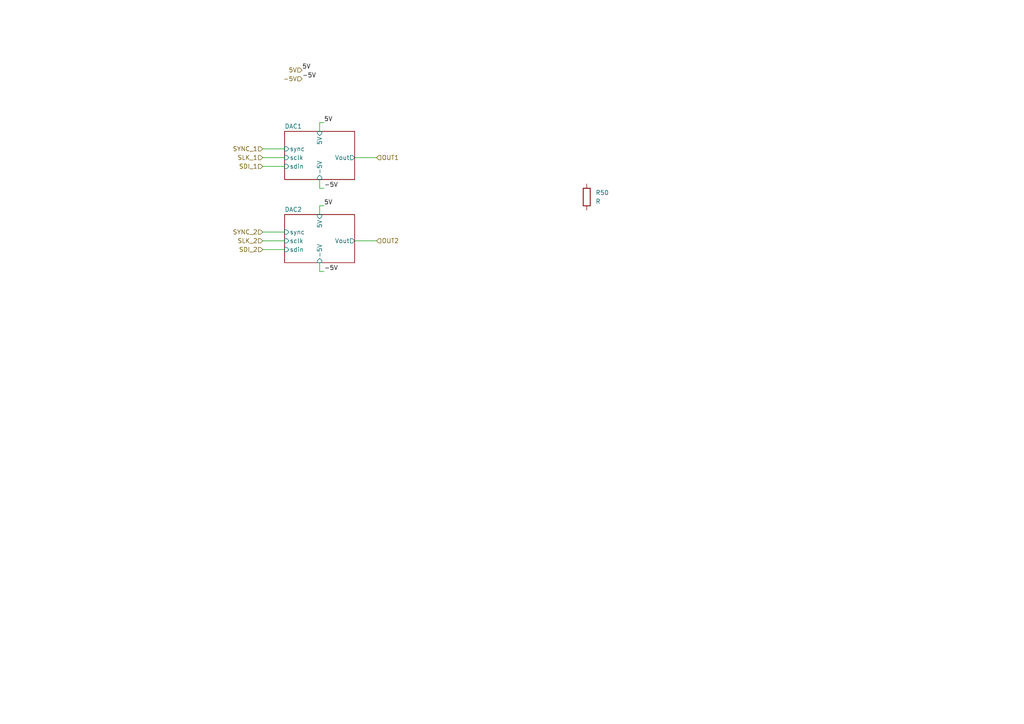
<source format=kicad_sch>
(kicad_sch (version 20231120) (generator "eeschema") (generator_version "8.0")
  (paper "A4")
  (lib_symbols
    (symbol "Device:R" (pin_numbers hide) (pin_names (offset 0))
      (property "Reference" "R" (at 2.032 0 90))
      (property "Value" "R" (at 0 0 90))
      (symbol "R_0_1"
        (rectangle (start -1.016 -2.54) (end 1.016 2.54) (stroke (width 0.254)))
      )
      (symbol "R_1_1"
        (pin passive line (at 0 3.81 270) (length 1.27) (name "~") (number "1"))
        (pin passive line (at 0 -3.81 90) (length 1.27) (name "~") (number "2"))
      )
    )
  )
  (wire (pts (xy 76.2 72.39) (xy 82.55 72.39)))
  (wire (pts (xy 93.98 59.69) (xy 92.71 59.69)))
  (wire (pts (xy 102.87 69.85) (xy 109.22 69.85)))
  (wire (pts (xy 76.2 69.85) (xy 82.55 69.85)))
  (wire (pts (xy 92.71 52.07) (xy 92.71 54.61)))
  (wire (pts (xy 76.2 45.72) (xy 82.55 45.72)))
  (wire (pts (xy 76.2 43.18) (xy 82.55 43.18)))
  (wire (pts (xy 92.71 76.2) (xy 92.71 78.74)))
  (wire (pts (xy 76.2 48.26) (xy 82.55 48.26)))
  (wire (pts (xy 92.71 35.56) (xy 92.71 38.1)))
  (wire (pts (xy 93.98 35.56) (xy 92.71 35.56)))
  (wire (pts (xy 76.2 67.31) (xy 82.55 67.31)))
  (wire (pts (xy 92.71 78.74) (xy 93.98 78.74)))
  (wire (pts (xy 92.71 54.61) (xy 93.98 54.61)))
  (wire (pts (xy 102.87 45.72) (xy 109.22 45.72)))
  (wire (pts (xy 92.71 59.69) (xy 92.71 62.23)))
  (label "5V" (at 87.63 20.32 0))
  (label "-5V" (at 87.63 22.86 0))
  (label "5V" (at 93.98 59.69 0))
  (label "-5V" (at 93.98 78.74 0))
  (label "-5V" (at 93.98 54.61 0))
  (label "5V" (at 93.98 35.56 0))
  (hierarchical_label "SLK_2" (shape input) (at 76.2 69.85 180))
  (hierarchical_label "OUT2" (shape input) (at 109.22 69.85 0))
  (hierarchical_label "SYNC_2" (shape input) (at 76.2 67.31 180))
  (hierarchical_label "OUT1" (shape input) (at 109.22 45.72 0))
  (hierarchical_label "-5V" (shape input) (at 87.63 22.86 180))
  (hierarchical_label "SYNC_1" (shape input) (at 76.2 43.18 180))
  (hierarchical_label "SLK_1" (shape input) (at 76.2 45.72 180))
  (hierarchical_label "5V" (shape input) (at 87.63 20.32 180))
  (hierarchical_label "SDI_2" (shape input) (at 76.2 72.39 180))
  (hierarchical_label "SDI_1" (shape input) (at 76.2 48.26 180))
  (symbol (lib_id "Device:R") (at 170.18 57.15 0) (unit 1)
    (property "Reference" "R50" (at 172.72 55.8799 0) (effects (justify left)))
    (property "Value" "R" (at 172.72 58.4199 0) (effects (justify left)))
    (property "Footprint" "Capacitor_SMD:C_0603_1608Metric_Pad1.08x0.95mm_HandSolder" (effects (hide yes)))
    (property "Description" "Resistor" (effects (hide yes)))
  )
  (sheet (at 82.55 38.1) (size 20.32 13.97) (stroke (width 0.1524))
    (property "Sheetname" "DAC1" (at 82.55 37.3884 0) (effects (justify left bottom)))
    (property "Sheetfile" "dac.kicad_sch" (effects (hide yes)))
    (pin "Vout" output (at 102.87 45.72 0))
    (pin "sdin" input (at 82.55 48.26 180))
    (pin "sclk" input (at 82.55 45.72 180))
    (pin "sync" input (at 82.55 43.18 180))
    (pin "-5V" input (at 92.71 52.07 270))
    (pin "5V" input (at 92.71 38.1 90))
  )
  (sheet (at 82.55 62.23) (size 20.32 13.97) (stroke (width 0.1524))
    (property "Sheetname" "DAC2" (at 82.55 61.5184 0) (effects (justify left bottom)))
    (property "Sheetfile" "dac.kicad_sch" (effects (hide yes)))
    (pin "Vout" output (at 102.87 69.85 0))
    (pin "sdin" input (at 82.55 72.39 180))
    (pin "sclk" input (at 82.55 69.85 180))
    (pin "sync" input (at 82.55 67.31 180))
    (pin "-5V" input (at 92.71 76.2 270))
    (pin "5V" input (at 92.71 62.23 90))
  )
)
</source>
